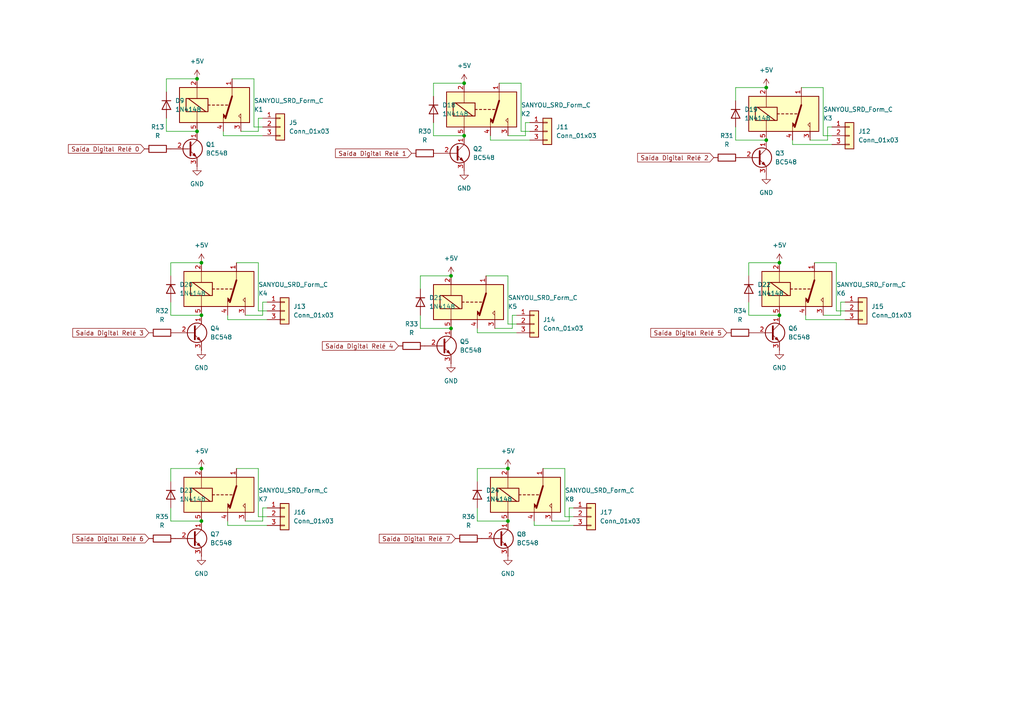
<source format=kicad_sch>
(kicad_sch (version 20231120) (generator "eeschema") (generator_version "8.0")
  (paper "A4")
  (lib_symbols
    (symbol "Connector_Generic:Conn_01x03" (pin_names (offset 1.016) hide)
      (property "Reference" "J" (at 0 5.08 0))
      (property "Value" "Conn_01x03" (at 0 -5.08 0))
      (symbol "Conn_01x03_1_1"
        (rectangle (start -1.27 -2.413) (end 0 -2.667) (stroke (width 0.1524)))
        (rectangle (start -1.27 0.127) (end 0 -0.127) (stroke (width 0.1524)))
        (rectangle (start -1.27 2.667) (end 0 2.413) (stroke (width 0.1524)))
        (rectangle (start -1.27 3.81) (end 1.27 -3.81) (stroke (width 0.254)) (fill (type background)))
        (pin passive line (at -5.08 2.54 0) (length 3.81) (name "Pin_1") (number "1"))
        (pin passive line (at -5.08 0 0) (length 3.81) (name "Pin_2") (number "2"))
        (pin passive line (at -5.08 -2.54 0) (length 3.81) (name "Pin_3") (number "3"))
      )
    )
    (symbol "Device:R" (pin_numbers hide) (pin_names (offset 0))
      (property "Reference" "R" (at 2.032 0 90))
      (property "Value" "R" (at 0 0 90))
      (symbol "R_0_1"
        (rectangle (start -1.016 -2.54) (end 1.016 2.54) (stroke (width 0.254)))
      )
      (symbol "R_1_1"
        (pin passive line (at 0 3.81 270) (length 1.27) (name "~") (number "1"))
        (pin passive line (at 0 -3.81 90) (length 1.27) (name "~") (number "2"))
      )
    )
    (symbol "Diode:1N4148" (pin_numbers hide) (pin_names hide)
      (property "Reference" "D" (at 0 2.54 0))
      (property "Value" "1N4148" (at 0 -2.54 0))
      (symbol "1N4148_0_1"
        (polyline (pts (xy -1.27 1.27) (xy -1.27 -1.27)) (stroke (width 0.254)))
        (polyline (pts (xy 1.27 0) (xy -1.27 0)))
        (polyline (pts (xy 1.27 1.27) (xy 1.27 -1.27) (xy -1.27 0) (xy 1.27 1.27)) (stroke (width 0.254)))
      )
      (symbol "1N4148_1_1"
        (pin passive line (at -3.81 0 0) (length 2.54) (name "K") (number "1"))
        (pin passive line (at 3.81 0 180) (length 2.54) (name "A") (number "2"))
      )
    )
    (symbol "Relay:SANYOU_SRD_Form_C"
      (property "Reference" "K" (at 11.43 3.81 0))
      (property "Value" "SANYOU_SRD_Form_C" (at 11.43 1.27 0))
      (symbol "SANYOU_SRD_Form_C_0_0"
        (polyline (pts (xy 7.62 5.08) (xy 7.62 2.54) (xy 6.985 3.175) (xy 7.62 3.81)))
      )
      (symbol "SANYOU_SRD_Form_C_0_1"
        (rectangle (start -10.16 5.08) (end 10.16 -5.08) (stroke (width 0.254)) (fill (type background)))
        (rectangle (start -8.255 1.905) (end -1.905 -1.905) (stroke (width 0.254)))
        (polyline (pts (xy -7.62 -1.905) (xy -2.54 1.905)) (stroke (width 0.254)))
        (polyline (pts (xy -5.08 -5.08) (xy -5.08 -1.905)))
        (polyline (pts (xy -5.08 5.08) (xy -5.08 1.905)))
        (polyline (pts (xy -1.905 0) (xy -1.27 0)) (stroke (width 0.254)))
        (polyline (pts (xy -0.635 0) (xy 0 0)) (stroke (width 0.254)))
        (polyline (pts (xy 0.635 0) (xy 1.27 0)) (stroke (width 0.254)))
        (polyline (pts (xy 1.905 0) (xy 2.54 0)) (stroke (width 0.254)))
        (polyline (pts (xy 3.175 0) (xy 3.81 0)) (stroke (width 0.254)))
        (polyline (pts (xy 5.08 -2.54) (xy 3.175 3.81)) (stroke (width 0.508)))
        (polyline (pts (xy 5.08 -2.54) (xy 5.08 -5.08)))
      )
      (symbol "SANYOU_SRD_Form_C_1_1"
        (polyline (pts (xy 2.54 3.81) (xy 3.175 3.175) (xy 2.54 2.54) (xy 2.54 5.08)) (fill (type outline)))
        (pin passive line (at 5.08 -7.62 90) (length 2.54) (name "~") (number "1"))
        (pin passive line (at -5.08 -7.62 90) (length 2.54) (name "~") (number "2"))
        (pin passive line (at 7.62 7.62 270) (length 2.54) (name "~") (number "3"))
        (pin passive line (at 2.54 7.62 270) (length 2.54) (name "~") (number "4"))
        (pin passive line (at -5.08 7.62 270) (length 2.54) (name "~") (number "5"))
      )
    )
    (symbol "Transistor_BJT:BC548" (pin_names (offset 0) hide)
      (property "Reference" "Q" (at 5.08 1.905 0))
      (property "Value" "BC548" (at 5.08 0 0))
      (symbol "BC548_0_1"
        (polyline (pts (xy 0 0) (xy 0.635 0)))
        (polyline (pts (xy 0.635 0.635) (xy 2.54 2.54)))
        (polyline (pts (xy 0.635 -0.635) (xy 2.54 -2.54) (xy 2.54 -2.54)))
        (polyline (pts (xy 0.635 1.905) (xy 0.635 -1.905) (xy 0.635 -1.905)) (stroke (width 0.508)))
        (polyline (pts (xy 1.27 -1.778) (xy 1.778 -1.27) (xy 2.286 -2.286) (xy 1.27 -1.778) (xy 1.27 -1.778)) (fill (type outline)))
        (circle (center 1.27 0) (radius 2.8194) (stroke (width 0.254)))
      )
      (symbol "BC548_1_1"
        (pin passive line (at 2.54 5.08 270) (length 2.54) (name "C") (number "1"))
        (pin input line (at -5.08 0 0) (length 5.08) (name "B") (number "2"))
        (pin passive line (at 2.54 -5.08 90) (length 2.54) (name "E") (number "3"))
      )
    )
    (symbol "power:+5V" (power) (pin_numbers hide) (pin_names (offset 0) hide)
      (property "Value" "+5V" (at 0 3.556 0))
      (symbol "+5V_0_1"
        (polyline (pts (xy -0.762 1.27) (xy 0 2.54)))
        (polyline (pts (xy 0 0) (xy 0 2.54)))
        (polyline (pts (xy 0 2.54) (xy 0.762 1.27)))
      )
      (symbol "+5V_1_1"
        (pin power_in line (at 0 0 90) (length 0) (name "~") (number "1"))
      )
    )
    (symbol "power:GND" (power) (pin_numbers hide) (pin_names (offset 0) hide)
      (property "Value" "GND" (at 0 -3.81 0))
      (symbol "GND_0_1"
        (polyline (pts (xy 0 0) (xy 0 -1.27) (xy 1.27 -1.27) (xy 0 -2.54) (xy -1.27 -1.27) (xy 0 -1.27)))
      )
      (symbol "GND_1_1"
        (pin power_in line (at 0 0 270) (length 0) (name "~") (number "1"))
      )
    )
  )
  (junction (at 134.62 24.13))
  (junction (at 147.32 151.13))
  (junction (at 58.42 135.89))
  (junction (at 58.42 91.44))
  (junction (at 130.81 95.25))
  (junction (at 226.06 76.2))
  (junction (at 57.15 22.86))
  (junction (at 147.32 135.89))
  (junction (at 222.25 40.64))
  (junction (at 134.62 39.37))
  (junction (at 58.42 76.2))
  (junction (at 222.25 25.4))
  (junction (at 58.42 151.13))
  (junction (at 226.06 91.44))
  (junction (at 57.15 38.1))
  (junction (at 130.81 80.01))
  (wire (pts (xy 125.73 24.13) (xy 134.62 24.13)))
  (wire (pts (xy 66.04 152.4) (xy 66.04 151.13)))
  (wire (pts (xy 213.36 25.4) (xy 222.25 25.4)))
  (wire (pts (xy 138.43 135.89) (xy 147.32 135.89)))
  (wire (pts (xy 148.59 95.25) (xy 148.59 91.44)))
  (wire (pts (xy 149.86 91.44) (xy 148.59 91.44)))
  (wire (pts (xy 74.93 135.89) (xy 74.93 149.86)))
  (wire (pts (xy 68.58 135.89) (xy 74.93 135.89)))
  (wire (pts (xy 76.2 91.44) (xy 76.2 87.63)))
  (wire (pts (xy 77.47 92.71) (xy 66.04 92.71)))
  (wire (pts (xy 149.86 96.52) (xy 138.43 96.52)))
  (wire (pts (xy 163.83 135.89) (xy 163.83 149.86)))
  (wire (pts (xy 76.2 39.37) (xy 64.77 39.37)))
  (wire (pts (xy 64.77 39.37) (xy 64.77 38.1)))
  (wire (pts (xy 73.66 36.83) (xy 76.2 36.83)))
  (wire (pts (xy 151.13 24.13) (xy 151.13 38.1)))
  (wire (pts (xy 66.04 92.71) (xy 66.04 91.44)))
  (wire (pts (xy 74.93 90.17) (xy 77.47 90.17)))
  (wire (pts (xy 49.53 147.32) (xy 49.53 151.13)))
  (wire (pts (xy 245.11 87.63) (xy 243.84 87.63)))
  (wire (pts (xy 142.24 40.64) (xy 142.24 39.37)))
  (wire (pts (xy 238.76 25.4) (xy 238.76 39.37)))
  (wire (pts (xy 153.67 40.64) (xy 142.24 40.64)))
  (wire (pts (xy 69.85 38.1) (xy 74.93 38.1)))
  (wire (pts (xy 236.22 76.2) (xy 242.57 76.2)))
  (wire (pts (xy 49.53 76.2) (xy 58.42 76.2)))
  (wire (pts (xy 74.93 149.86) (xy 77.47 149.86)))
  (wire (pts (xy 121.92 80.01) (xy 121.92 83.82)))
  (wire (pts (xy 217.17 76.2) (xy 226.06 76.2)))
  (wire (pts (xy 76.2 34.29) (xy 74.93 34.29)))
  (wire (pts (xy 153.67 35.56) (xy 152.4 35.56)))
  (wire (pts (xy 49.53 135.89) (xy 58.42 135.89)))
  (wire (pts (xy 234.95 40.64) (xy 240.03 40.64)))
  (wire (pts (xy 48.26 22.86) (xy 57.15 22.86)))
  (wire (pts (xy 76.2 151.13) (xy 76.2 147.32)))
  (wire (pts (xy 71.12 151.13) (xy 76.2 151.13)))
  (wire (pts (xy 213.36 40.64) (xy 222.25 40.64)))
  (wire (pts (xy 160.02 151.13) (xy 165.1 151.13)))
  (wire (pts (xy 74.93 38.1) (xy 74.93 34.29)))
  (wire (pts (xy 138.43 96.52) (xy 138.43 95.25)))
  (wire (pts (xy 68.58 76.2) (xy 74.93 76.2)))
  (wire (pts (xy 217.17 76.2) (xy 217.17 80.01)))
  (wire (pts (xy 166.37 147.32) (xy 165.1 147.32)))
  (wire (pts (xy 49.53 87.63) (xy 49.53 91.44)))
  (wire (pts (xy 147.32 39.37) (xy 152.4 39.37)))
  (wire (pts (xy 217.17 87.63) (xy 217.17 91.44)))
  (wire (pts (xy 238.76 39.37) (xy 241.3 39.37)))
  (wire (pts (xy 140.97 80.01) (xy 147.32 80.01)))
  (wire (pts (xy 241.3 41.91) (xy 229.87 41.91)))
  (wire (pts (xy 77.47 147.32) (xy 76.2 147.32)))
  (wire (pts (xy 240.03 40.64) (xy 240.03 36.83)))
  (wire (pts (xy 229.87 41.91) (xy 229.87 40.64)))
  (wire (pts (xy 138.43 147.32) (xy 138.43 151.13)))
  (wire (pts (xy 67.31 22.86) (xy 73.66 22.86)))
  (wire (pts (xy 238.76 91.44) (xy 243.84 91.44)))
  (wire (pts (xy 49.53 151.13) (xy 58.42 151.13)))
  (wire (pts (xy 73.66 22.86) (xy 73.66 36.83)))
  (wire (pts (xy 213.36 25.4) (xy 213.36 29.21)))
  (wire (pts (xy 143.51 95.25) (xy 148.59 95.25)))
  (wire (pts (xy 49.53 91.44) (xy 58.42 91.44)))
  (wire (pts (xy 74.93 76.2) (xy 74.93 90.17)))
  (wire (pts (xy 71.12 91.44) (xy 76.2 91.44)))
  (wire (pts (xy 121.92 91.44) (xy 121.92 95.25)))
  (wire (pts (xy 138.43 135.89) (xy 138.43 139.7)))
  (wire (pts (xy 242.57 76.2) (xy 242.57 90.17)))
  (wire (pts (xy 48.26 22.86) (xy 48.26 26.67)))
  (wire (pts (xy 152.4 39.37) (xy 152.4 35.56)))
  (wire (pts (xy 147.32 80.01) (xy 147.32 93.98)))
  (wire (pts (xy 154.94 152.4) (xy 154.94 151.13)))
  (wire (pts (xy 138.43 151.13) (xy 147.32 151.13)))
  (wire (pts (xy 165.1 151.13) (xy 165.1 147.32)))
  (wire (pts (xy 157.48 135.89) (xy 163.83 135.89)))
  (wire (pts (xy 243.84 91.44) (xy 243.84 87.63)))
  (wire (pts (xy 121.92 95.25) (xy 130.81 95.25)))
  (wire (pts (xy 48.26 38.1) (xy 57.15 38.1)))
  (wire (pts (xy 125.73 35.56) (xy 125.73 39.37)))
  (wire (pts (xy 125.73 24.13) (xy 125.73 27.94)))
  (wire (pts (xy 144.78 24.13) (xy 151.13 24.13)))
  (wire (pts (xy 213.36 36.83) (xy 213.36 40.64)))
  (wire (pts (xy 166.37 152.4) (xy 154.94 152.4)))
  (wire (pts (xy 125.73 39.37) (xy 134.62 39.37)))
  (wire (pts (xy 77.47 87.63) (xy 76.2 87.63)))
  (wire (pts (xy 49.53 135.89) (xy 49.53 139.7)))
  (wire (pts (xy 245.11 92.71) (xy 233.68 92.71)))
  (wire (pts (xy 121.92 80.01) (xy 130.81 80.01)))
  (wire (pts (xy 232.41 25.4) (xy 238.76 25.4)))
  (wire (pts (xy 217.17 91.44) (xy 226.06 91.44)))
  (wire (pts (xy 233.68 92.71) (xy 233.68 91.44)))
  (wire (pts (xy 163.83 149.86) (xy 166.37 149.86)))
  (wire (pts (xy 147.32 93.98) (xy 149.86 93.98)))
  (wire (pts (xy 77.47 152.4) (xy 66.04 152.4)))
  (wire (pts (xy 242.57 90.17) (xy 245.11 90.17)))
  (wire (pts (xy 241.3 36.83) (xy 240.03 36.83)))
  (wire (pts (xy 49.53 76.2) (xy 49.53 80.01)))
  (wire (pts (xy 48.26 34.29) (xy 48.26 38.1)))
  (wire (pts (xy 151.13 38.1) (xy 153.67 38.1)))
  (global_label "Saída Digital Relé 6" (shape input) (at 43.18 156.21 180) (property "Intersheetrefs" "${INTERSHEET_REFS}" (effects (hide yes))))
  (global_label "Saída Digital Relé 4" (shape input) (at 115.57 100.33 180) (property "Intersheetrefs" "${INTERSHEET_REFS}" (effects (hide yes))))
  (global_label "Saída Digital Relé 2" (shape input) (at 207.01 45.72 180) (property "Intersheetrefs" "${INTERSHEET_REFS}" (effects (hide yes))))
  (global_label "Saída Digital Relé 0" (shape input) (at 41.91 43.18 180) (property "Intersheetrefs" "${INTERSHEET_REFS}" (effects (hide yes))))
  (global_label "Saída Digital Relé 1" (shape input) (at 119.38 44.45 180) (property "Intersheetrefs" "${INTERSHEET_REFS}" (effects (hide yes))))
  (global_label "Saída Digital Relé 5" (shape input) (at 210.82 96.52 180) (property "Intersheetrefs" "${INTERSHEET_REFS}" (effects (hide yes))))
  (global_label "Saída Digital Relé 3" (shape input) (at 43.18 96.52 180) (property "Intersheetrefs" "${INTERSHEET_REFS}" (effects (hide yes))))
  (global_label "Saída Digital Relé 7" (shape input) (at 132.08 156.21 180) (property "Intersheetrefs" "${INTERSHEET_REFS}" (effects (hide yes))))
  (symbol (lib_id "Relay:SANYOU_SRD_Form_C") (at 63.5 83.82 0) (mirror x) (unit 1)
    (property "Reference" "K4" (at 74.93 85.0901 0) (effects (justify left)))
    (property "Value" "SANYOU_SRD_Form_C" (at 74.93 82.5501 0) (effects (justify left)))
    (property "Footprint" "Relay_THT:Relay_SPDT_SANYOU_SRD_Series_Form_C" (effects (hide yes)))
    (property "Datasheet" "http://www.sanyourelay.ca/public/products/pdf/SRD.pdf" (effects (hide yes)))
    (property "Description" "Sanyo SRD relay, Single Pole Miniature Power Relay," (effects (hide yes)))
  )
  (symbol (lib_id "Relay:SANYOU_SRD_Form_C") (at 62.23 30.48 0) (mirror x) (unit 1)
    (property "Reference" "K1" (at 73.66 31.7501 0) (effects (justify left)))
    (property "Value" "SANYOU_SRD_Form_C" (at 73.66 29.2101 0) (effects (justify left)))
    (property "Footprint" "Relay_THT:Relay_SPDT_SANYOU_SRD_Series_Form_C" (effects (hide yes)))
    (property "Datasheet" "http://www.sanyourelay.ca/public/products/pdf/SRD.pdf" (effects (hide yes)))
    (property "Description" "Sanyo SRD relay, Single Pole Miniature Power Relay," (effects (hide yes)))
  )
  (symbol (lib_id "Diode:1N4148") (at 138.43 143.51 270) (unit 1)
    (property "Reference" "D24" (at 140.97 142.2399 90) (effects (justify left)))
    (property "Value" "1N4148" (at 140.97 144.7799 90) (effects (justify left)))
    (property "Footprint" "Diode_THT:D_DO-35_SOD27_P7.62mm_Horizontal" (effects (hide yes)))
    (property "Datasheet" "https://assets.nexperia.com/documents/data-sheet/1N4148_1N4448.pdf" (effects (hide yes)))
    (property "Description" "100V 0.15A standard switching diode, DO-35" (effects (hide yes)))
    (property "Sim.Device" "D" (effects (hide yes)))
    (property "Sim.Pins" "1=K 2=A" (effects (hide yes)))
  )
  (symbol (lib_id "Diode:1N4148") (at 213.36 33.02 270) (unit 1)
    (property "Reference" "D19" (at 215.9 31.7499 90) (effects (justify left)))
    (property "Value" "1N4148" (at 215.9 34.2899 90) (effects (justify left)))
    (property "Footprint" "Diode_THT:D_DO-35_SOD27_P7.62mm_Horizontal" (effects (hide yes)))
    (property "Datasheet" "https://assets.nexperia.com/documents/data-sheet/1N4148_1N4448.pdf" (effects (hide yes)))
    (property "Description" "100V 0.15A standard switching diode, DO-35" (effects (hide yes)))
    (property "Sim.Device" "D" (effects (hide yes)))
    (property "Sim.Pins" "1=K 2=A" (effects (hide yes)))
  )
  (symbol (lib_id "power:GND") (at 134.62 49.53 0) (unit 1)
    (property "Reference" "#PWR038" (effects (hide yes)))
    (property "Value" "GND" (at 134.62 54.61 0))
    (property "Description" "Power symbol creates a global label with name \"GND\" , ground" (effects (hide yes)))
  )
  (symbol (lib_id "Diode:1N4148") (at 125.73 31.75 270) (unit 1)
    (property "Reference" "D18" (at 128.27 30.4799 90) (effects (justify left)))
    (property "Value" "1N4148" (at 128.27 33.0199 90) (effects (justify left)))
    (property "Footprint" "Diode_THT:D_DO-35_SOD27_P7.62mm_Horizontal" (effects (hide yes)))
    (property "Datasheet" "https://assets.nexperia.com/documents/data-sheet/1N4148_1N4448.pdf" (effects (hide yes)))
    (property "Description" "100V 0.15A standard switching diode, DO-35" (effects (hide yes)))
    (property "Sim.Device" "D" (effects (hide yes)))
    (property "Sim.Pins" "1=K 2=A" (effects (hide yes)))
  )
  (symbol (lib_id "Device:R") (at 135.89 156.21 90) (unit 1)
    (property "Reference" "R36" (at 135.89 149.86 90))
    (property "Value" "R" (at 135.89 152.4 90))
    (property "Description" "Resistor" (effects (hide yes)))
  )
  (symbol (lib_id "Device:R") (at 45.72 43.18 90) (unit 1)
    (property "Reference" "R13" (at 45.72 36.83 90))
    (property "Value" "R" (at 45.72 39.37 90))
    (property "Description" "Resistor" (effects (hide yes)))
  )
  (symbol (lib_id "power:+5V") (at 57.15 22.86 0) (unit 1)
    (property "Reference" "#PWR015" (effects (hide yes)))
    (property "Value" "+5V" (at 57.15 17.78 0))
    (property "Description" "Power symbol creates a global label with name \"+5V\"" (effects (hide yes)))
  )
  (symbol (lib_id "power:+5V") (at 58.42 76.2 0) (unit 1)
    (property "Reference" "#PWR041" (effects (hide yes)))
    (property "Value" "+5V" (at 58.42 71.12 0))
    (property "Description" "Power symbol creates a global label with name \"+5V\"" (effects (hide yes)))
  )
  (symbol (lib_id "power:+5V") (at 222.25 25.4 0) (unit 1)
    (property "Reference" "#PWR039" (effects (hide yes)))
    (property "Value" "+5V" (at 222.25 20.32 0))
    (property "Description" "Power symbol creates a global label with name \"+5V\"" (effects (hide yes)))
  )
  (symbol (lib_id "power:+5V") (at 58.42 135.89 0) (unit 1)
    (property "Reference" "#PWR047" (effects (hide yes)))
    (property "Value" "+5V" (at 58.42 130.81 0))
    (property "Description" "Power symbol creates a global label with name \"+5V\"" (effects (hide yes)))
  )
  (symbol (lib_id "power:GND") (at 130.81 105.41 0) (unit 1)
    (property "Reference" "#PWR044" (effects (hide yes)))
    (property "Value" "GND" (at 130.81 110.49 0))
    (property "Description" "Power symbol creates a global label with name \"GND\" , ground" (effects (hide yes)))
  )
  (symbol (lib_id "Transistor_BJT:BC548") (at 54.61 43.18 0) (unit 1)
    (property "Reference" "Q1" (at 59.69 41.9099 0) (effects (justify left)))
    (property "Value" "BC548" (at 59.69 44.4499 0) (effects (justify left)))
    (property "Footprint" "Package_TO_SOT_THT:TO-92_Inline" (effects (hide yes)))
    (property "Datasheet" "https://www.onsemi.com/pub/Collateral/BC550-D.pdf" (effects (hide yes)))
    (property "Description" "0.1A Ic, 30V Vce, Small Signal NPN Transistor, TO-92" (effects (hide yes)))
  )
  (symbol (lib_id "power:+5V") (at 226.06 76.2 0) (unit 1)
    (property "Reference" "#PWR045" (effects (hide yes)))
    (property "Value" "+5V" (at 226.06 71.12 0))
    (property "Description" "Power symbol creates a global label with name \"+5V\"" (effects (hide yes)))
  )
  (symbol (lib_id "power:GND") (at 58.42 161.29 0) (unit 1)
    (property "Reference" "#PWR048" (effects (hide yes)))
    (property "Value" "GND" (at 58.42 166.37 0))
    (property "Description" "Power symbol creates a global label with name \"GND\" , ground" (effects (hide yes)))
  )
  (symbol (lib_id "Transistor_BJT:BC548") (at 223.52 96.52 0) (unit 1)
    (property "Reference" "Q6" (at 228.6 95.2499 0) (effects (justify left)))
    (property "Value" "BC548" (at 228.6 97.7899 0) (effects (justify left)))
    (property "Footprint" "Package_TO_SOT_THT:TO-92_Inline" (effects (hide yes)))
    (property "Datasheet" "https://www.onsemi.com/pub/Collateral/BC550-D.pdf" (effects (hide yes)))
    (property "Description" "0.1A Ic, 30V Vce, Small Signal NPN Transistor, TO-92" (effects (hide yes)))
  )
  (symbol (lib_id "Connector_Generic:Conn_01x03") (at 82.55 90.17 0) (unit 1)
    (property "Reference" "J13" (at 85.09 88.8999 0) (effects (justify left)))
    (property "Value" "Conn_01x03" (at 85.09 91.4399 0) (effects (justify left)))
    (property "Description" "Generic connector, single row, 01x03, script generated (kicad-library-utils/schlib/autogen/connector/)" (effects (hide yes)))
  )
  (symbol (lib_id "Transistor_BJT:BC548") (at 219.71 45.72 0) (unit 1)
    (property "Reference" "Q3" (at 224.79 44.4499 0) (effects (justify left)))
    (property "Value" "BC548" (at 224.79 46.9899 0) (effects (justify left)))
    (property "Footprint" "Package_TO_SOT_THT:TO-92_Inline" (effects (hide yes)))
    (property "Datasheet" "https://www.onsemi.com/pub/Collateral/BC550-D.pdf" (effects (hide yes)))
    (property "Description" "0.1A Ic, 30V Vce, Small Signal NPN Transistor, TO-92" (effects (hide yes)))
  )
  (symbol (lib_id "power:GND") (at 147.32 161.29 0) (unit 1)
    (property "Reference" "#PWR050" (effects (hide yes)))
    (property "Value" "GND" (at 147.32 166.37 0))
    (property "Description" "Power symbol creates a global label with name \"GND\" , ground" (effects (hide yes)))
  )
  (symbol (lib_id "power:+5V") (at 147.32 135.89 0) (unit 1)
    (property "Reference" "#PWR049" (effects (hide yes)))
    (property "Value" "+5V" (at 147.32 130.81 0))
    (property "Description" "Power symbol creates a global label with name \"+5V\"" (effects (hide yes)))
  )
  (symbol (lib_id "power:GND") (at 226.06 101.6 0) (unit 1)
    (property "Reference" "#PWR042" (effects (hide yes)))
    (property "Value" "GND" (at 226.06 106.68 0))
    (property "Description" "Power symbol creates a global label with name \"GND\" , ground" (effects (hide yes)))
  )
  (symbol (lib_id "Transistor_BJT:BC548") (at 128.27 100.33 0) (unit 1)
    (property "Reference" "Q5" (at 133.35 99.0599 0) (effects (justify left)))
    (property "Value" "BC548" (at 133.35 101.5999 0) (effects (justify left)))
    (property "Footprint" "Package_TO_SOT_THT:TO-92_Inline" (effects (hide yes)))
    (property "Datasheet" "https://www.onsemi.com/pub/Collateral/BC550-D.pdf" (effects (hide yes)))
    (property "Description" "0.1A Ic, 30V Vce, Small Signal NPN Transistor, TO-92" (effects (hide yes)))
  )
  (symbol (lib_id "Relay:SANYOU_SRD_Form_C") (at 135.89 87.63 0) (mirror x) (unit 1)
    (property "Reference" "K5" (at 147.32 88.9001 0) (effects (justify left)))
    (property "Value" "SANYOU_SRD_Form_C" (at 147.32 86.3601 0) (effects (justify left)))
    (property "Footprint" "Relay_THT:Relay_SPDT_SANYOU_SRD_Series_Form_C" (effects (hide yes)))
    (property "Datasheet" "http://www.sanyourelay.ca/public/products/pdf/SRD.pdf" (effects (hide yes)))
    (property "Description" "Sanyo SRD relay, Single Pole Miniature Power Relay," (effects (hide yes)))
  )
  (symbol (lib_id "Device:R") (at 210.82 45.72 90) (unit 1)
    (property "Reference" "R31" (at 210.82 39.37 90))
    (property "Value" "R" (at 210.82 41.91 90))
    (property "Description" "Resistor" (effects (hide yes)))
  )
  (symbol (lib_id "Diode:1N4148") (at 49.53 83.82 270) (unit 1)
    (property "Reference" "D20" (at 52.07 82.5499 90) (effects (justify left)))
    (property "Value" "1N4148" (at 52.07 85.0899 90) (effects (justify left)))
    (property "Footprint" "Diode_THT:D_DO-35_SOD27_P7.62mm_Horizontal" (effects (hide yes)))
    (property "Datasheet" "https://assets.nexperia.com/documents/data-sheet/1N4148_1N4448.pdf" (effects (hide yes)))
    (property "Description" "100V 0.15A standard switching diode, DO-35" (effects (hide yes)))
    (property "Sim.Device" "D" (effects (hide yes)))
    (property "Sim.Pins" "1=K 2=A" (effects (hide yes)))
  )
  (symbol (lib_id "Device:R") (at 46.99 156.21 90) (unit 1)
    (property "Reference" "R35" (at 46.99 149.86 90))
    (property "Value" "R" (at 46.99 152.4 90))
    (property "Description" "Resistor" (effects (hide yes)))
  )
  (symbol (lib_id "Connector_Generic:Conn_01x03") (at 250.19 90.17 0) (unit 1)
    (property "Reference" "J15" (at 252.73 88.8999 0) (effects (justify left)))
    (property "Value" "Conn_01x03" (at 252.73 91.4399 0) (effects (justify left)))
    (property "Description" "Generic connector, single row, 01x03, script generated (kicad-library-utils/schlib/autogen/connector/)" (effects (hide yes)))
  )
  (symbol (lib_id "Connector_Generic:Conn_01x03") (at 158.75 38.1 0) (unit 1)
    (property "Reference" "J11" (at 161.29 36.8299 0) (effects (justify left)))
    (property "Value" "Conn_01x03" (at 161.29 39.3699 0) (effects (justify left)))
    (property "Description" "Generic connector, single row, 01x03, script generated (kicad-library-utils/schlib/autogen/connector/)" (effects (hide yes)))
  )
  (symbol (lib_id "Relay:SANYOU_SRD_Form_C") (at 227.33 33.02 0) (mirror x) (unit 1)
    (property "Reference" "K3" (at 238.76 34.2901 0) (effects (justify left)))
    (property "Value" "SANYOU_SRD_Form_C" (at 238.76 31.7501 0) (effects (justify left)))
    (property "Footprint" "Relay_THT:Relay_SPDT_SANYOU_SRD_Series_Form_C" (effects (hide yes)))
    (property "Datasheet" "http://www.sanyourelay.ca/public/products/pdf/SRD.pdf" (effects (hide yes)))
    (property "Description" "Sanyo SRD relay, Single Pole Miniature Power Relay," (effects (hide yes)))
  )
  (symbol (lib_id "Relay:SANYOU_SRD_Form_C") (at 231.14 83.82 0) (mirror x) (unit 1)
    (property "Reference" "K6" (at 242.57 85.0901 0) (effects (justify left)))
    (property "Value" "SANYOU_SRD_Form_C" (at 242.57 82.5501 0) (effects (justify left)))
    (property "Footprint" "Relay_THT:Relay_SPDT_SANYOU_SRD_Series_Form_C" (effects (hide yes)))
    (property "Datasheet" "http://www.sanyourelay.ca/public/products/pdf/SRD.pdf" (effects (hide yes)))
    (property "Description" "Sanyo SRD relay, Single Pole Miniature Power Relay," (effects (hide yes)))
  )
  (symbol (lib_id "Connector_Generic:Conn_01x03") (at 154.94 93.98 0) (unit 1)
    (property "Reference" "J14" (at 157.48 92.7099 0) (effects (justify left)))
    (property "Value" "Conn_01x03" (at 157.48 95.2499 0) (effects (justify left)))
    (property "Description" "Generic connector, single row, 01x03, script generated (kicad-library-utils/schlib/autogen/connector/)" (effects (hide yes)))
  )
  (symbol (lib_id "Relay:SANYOU_SRD_Form_C") (at 139.7 31.75 0) (mirror x) (unit 1)
    (property "Reference" "K2" (at 151.13 33.0201 0) (effects (justify left)))
    (property "Value" "SANYOU_SRD_Form_C" (at 151.13 30.4801 0) (effects (justify left)))
    (property "Footprint" "Relay_THT:Relay_SPDT_SANYOU_SRD_Series_Form_C" (effects (hide yes)))
    (property "Datasheet" "http://www.sanyourelay.ca/public/products/pdf/SRD.pdf" (effects (hide yes)))
    (property "Description" "Sanyo SRD relay, Single Pole Miniature Power Relay," (effects (hide yes)))
  )
  (symbol (lib_id "Relay:SANYOU_SRD_Form_C") (at 63.5 143.51 0) (mirror x) (unit 1)
    (property "Reference" "K7" (at 74.93 144.7801 0) (effects (justify left)))
    (property "Value" "SANYOU_SRD_Form_C" (at 74.93 142.2401 0) (effects (justify left)))
    (property "Footprint" "Relay_THT:Relay_SPDT_SANYOU_SRD_Series_Form_C" (effects (hide yes)))
    (property "Datasheet" "http://www.sanyourelay.ca/public/products/pdf/SRD.pdf" (effects (hide yes)))
    (property "Description" "Sanyo SRD relay, Single Pole Miniature Power Relay," (effects (hide yes)))
  )
  (symbol (lib_id "power:+5V") (at 130.81 80.01 0) (unit 1)
    (property "Reference" "#PWR043" (effects (hide yes)))
    (property "Value" "+5V" (at 130.81 74.93 0))
    (property "Description" "Power symbol creates a global label with name \"+5V\"" (effects (hide yes)))
  )
  (symbol (lib_id "Connector_Generic:Conn_01x03") (at 246.38 39.37 0) (unit 1)
    (property "Reference" "J12" (at 248.92 38.0999 0) (effects (justify left)))
    (property "Value" "Conn_01x03" (at 248.92 40.6399 0) (effects (justify left)))
    (property "Description" "Generic connector, single row, 01x03, script generated (kicad-library-utils/schlib/autogen/connector/)" (effects (hide yes)))
  )
  (symbol (lib_id "Transistor_BJT:BC548") (at 55.88 156.21 0) (unit 1)
    (property "Reference" "Q7" (at 60.96 154.9399 0) (effects (justify left)))
    (property "Value" "BC548" (at 60.96 157.4799 0) (effects (justify left)))
    (property "Footprint" "Package_TO_SOT_THT:TO-92_Inline" (effects (hide yes)))
    (property "Datasheet" "https://www.onsemi.com/pub/Collateral/BC550-D.pdf" (effects (hide yes)))
    (property "Description" "0.1A Ic, 30V Vce, Small Signal NPN Transistor, TO-92" (effects (hide yes)))
  )
  (symbol (lib_id "Transistor_BJT:BC548") (at 132.08 44.45 0) (unit 1)
    (property "Reference" "Q2" (at 137.16 43.1799 0) (effects (justify left)))
    (property "Value" "BC548" (at 137.16 45.7199 0) (effects (justify left)))
    (property "Footprint" "Package_TO_SOT_THT:TO-92_Inline" (effects (hide yes)))
    (property "Datasheet" "https://www.onsemi.com/pub/Collateral/BC550-D.pdf" (effects (hide yes)))
    (property "Description" "0.1A Ic, 30V Vce, Small Signal NPN Transistor, TO-92" (effects (hide yes)))
  )
  (symbol (lib_id "Transistor_BJT:BC548") (at 144.78 156.21 0) (unit 1)
    (property "Reference" "Q8" (at 149.86 154.9399 0) (effects (justify left)))
    (property "Value" "BC548" (at 149.86 157.4799 0) (effects (justify left)))
    (property "Footprint" "Package_TO_SOT_THT:TO-92_Inline" (effects (hide yes)))
    (property "Datasheet" "https://www.onsemi.com/pub/Collateral/BC550-D.pdf" (effects (hide yes)))
    (property "Description" "0.1A Ic, 30V Vce, Small Signal NPN Transistor, TO-92" (effects (hide yes)))
  )
  (symbol (lib_id "power:GND") (at 222.25 50.8 0) (unit 1)
    (property "Reference" "#PWR040" (effects (hide yes)))
    (property "Value" "GND" (at 222.25 55.88 0))
    (property "Description" "Power symbol creates a global label with name \"GND\" , ground" (effects (hide yes)))
  )
  (symbol (lib_id "power:GND") (at 57.15 48.26 0) (unit 1)
    (property "Reference" "#PWR014" (effects (hide yes)))
    (property "Value" "GND" (at 57.15 53.34 0))
    (property "Description" "Power symbol creates a global label with name \"GND\" , ground" (effects (hide yes)))
  )
  (symbol (lib_id "Device:R") (at 214.63 96.52 90) (unit 1)
    (property "Reference" "R34" (at 214.63 90.17 90))
    (property "Value" "R" (at 214.63 92.71 90))
    (property "Description" "Resistor" (effects (hide yes)))
  )
  (symbol (lib_id "Device:R") (at 119.38 100.33 90) (unit 1)
    (property "Reference" "R33" (at 119.38 93.98 90))
    (property "Value" "R" (at 119.38 96.52 90))
    (property "Description" "Resistor" (effects (hide yes)))
  )
  (symbol (lib_id "Relay:SANYOU_SRD_Form_C") (at 152.4 143.51 0) (mirror x) (unit 1)
    (property "Reference" "K8" (at 163.83 144.7801 0) (effects (justify left)))
    (property "Value" "SANYOU_SRD_Form_C" (at 163.83 142.2401 0) (effects (justify left)))
    (property "Footprint" "Relay_THT:Relay_SPDT_SANYOU_SRD_Series_Form_C" (effects (hide yes)))
    (property "Datasheet" "http://www.sanyourelay.ca/public/products/pdf/SRD.pdf" (effects (hide yes)))
    (property "Description" "Sanyo SRD relay, Single Pole Miniature Power Relay," (effects (hide yes)))
  )
  (symbol (lib_id "power:GND") (at 58.42 101.6 0) (unit 1)
    (property "Reference" "#PWR046" (effects (hide yes)))
    (property "Value" "GND" (at 58.42 106.68 0))
    (property "Description" "Power symbol creates a global label with name \"GND\" , ground" (effects (hide yes)))
  )
  (symbol (lib_id "Device:R") (at 46.99 96.52 90) (unit 1)
    (property "Reference" "R32" (at 46.99 90.17 90))
    (property "Value" "R" (at 46.99 92.71 90))
    (property "Description" "Resistor" (effects (hide yes)))
  )
  (symbol (lib_id "Device:R") (at 123.19 44.45 90) (unit 1)
    (property "Reference" "R30" (at 123.19 38.1 90))
    (property "Value" "R" (at 123.19 40.64 90))
    (property "Description" "Resistor" (effects (hide yes)))
  )
  (symbol (lib_id "Transistor_BJT:BC548") (at 55.88 96.52 0) (unit 1)
    (property "Reference" "Q4" (at 60.96 95.2499 0) (effects (justify left)))
    (property "Value" "BC548" (at 60.96 97.7899 0) (effects (justify left)))
    (property "Footprint" "Package_TO_SOT_THT:TO-92_Inline" (effects (hide yes)))
    (property "Datasheet" "https://www.onsemi.com/pub/Collateral/BC550-D.pdf" (effects (hide yes)))
    (property "Description" "0.1A Ic, 30V Vce, Small Signal NPN Transistor, TO-92" (effects (hide yes)))
  )
  (symbol (lib_id "Connector_Generic:Conn_01x03") (at 82.55 149.86 0) (unit 1)
    (property "Reference" "J16" (at 85.09 148.5899 0) (effects (justify left)))
    (property "Value" "Conn_01x03" (at 85.09 151.1299 0) (effects (justify left)))
    (property "Description" "Generic connector, single row, 01x03, script generated (kicad-library-utils/schlib/autogen/connector/)" (effects (hide yes)))
  )
  (symbol (lib_id "Diode:1N4148") (at 48.26 30.48 270) (unit 1)
    (property "Reference" "D9" (at 50.8 29.2099 90) (effects (justify left)))
    (property "Value" "1N4148" (at 50.8 31.7499 90) (effects (justify left)))
    (property "Footprint" "Diode_THT:D_DO-35_SOD27_P7.62mm_Horizontal" (effects (hide yes)))
    (property "Datasheet" "https://assets.nexperia.com/documents/data-sheet/1N4148_1N4448.pdf" (effects (hide yes)))
    (property "Description" "100V 0.15A standard switching diode, DO-35" (effects (hide yes)))
    (property "Sim.Device" "D" (effects (hide yes)))
    (property "Sim.Pins" "1=K 2=A" (effects (hide yes)))
  )
  (symbol (lib_id "Connector_Generic:Conn_01x03") (at 81.28 36.83 0) (unit 1)
    (property "Reference" "J5" (at 83.82 35.5599 0) (effects (justify left)))
    (property "Value" "Conn_01x03" (at 83.82 38.0999 0) (effects (justify left)))
    (property "Description" "Generic connector, single row, 01x03, script generated (kicad-library-utils/schlib/autogen/connector/)" (effects (hide yes)))
  )
  (symbol (lib_id "power:+5V") (at 134.62 24.13 0) (unit 1)
    (property "Reference" "#PWR037" (effects (hide yes)))
    (property "Value" "+5V" (at 134.62 19.05 0))
    (property "Description" "Power symbol creates a global label with name \"+5V\"" (effects (hide yes)))
  )
  (symbol (lib_id "Diode:1N4148") (at 217.17 83.82 270) (unit 1)
    (property "Reference" "D22" (at 219.71 82.5499 90) (effects (justify left)))
    (property "Value" "1N4148" (at 219.71 85.0899 90) (effects (justify left)))
    (property "Footprint" "Diode_THT:D_DO-35_SOD27_P7.62mm_Horizontal" (effects (hide yes)))
    (property "Datasheet" "https://assets.nexperia.com/documents/data-sheet/1N4148_1N4448.pdf" (effects (hide yes)))
    (property "Description" "100V 0.15A standard switching diode, DO-35" (effects (hide yes)))
    (property "Sim.Device" "D" (effects (hide yes)))
    (property "Sim.Pins" "1=K 2=A" (effects (hide yes)))
  )
  (symbol (lib_id "Diode:1N4148") (at 49.53 143.51 270) (unit 1)
    (property "Reference" "D23" (at 52.07 142.2399 90) (effects (justify left)))
    (property "Value" "1N4148" (at 52.07 144.7799 90) (effects (justify left)))
    (property "Footprint" "Diode_THT:D_DO-35_SOD27_P7.62mm_Horizontal" (effects (hide yes)))
    (property "Datasheet" "https://assets.nexperia.com/documents/data-sheet/1N4148_1N4448.pdf" (effects (hide yes)))
    (property "Description" "100V 0.15A standard switching diode, DO-35" (effects (hide yes)))
    (property "Sim.Device" "D" (effects (hide yes)))
    (property "Sim.Pins" "1=K 2=A" (effects (hide yes)))
  )
  (symbol (lib_id "Connector_Generic:Conn_01x03") (at 171.45 149.86 0) (unit 1)
    (property "Reference" "J17" (at 173.99 148.5899 0) (effects (justify left)))
    (property "Value" "Conn_01x03" (at 173.99 151.1299 0) (effects (justify left)))
    (property "Description" "Generic connector, single row, 01x03, script generated (kicad-library-utils/schlib/autogen/connector/)" (effects (hide yes)))
  )
  (symbol (lib_id "Diode:1N4148") (at 121.92 87.63 270) (unit 1)
    (property "Reference" "D21" (at 124.46 86.3599 90) (effects (justify left)))
    (property "Value" "1N4148" (at 124.46 88.8999 90) (effects (justify left)))
    (property "Footprint" "Diode_THT:D_DO-35_SOD27_P7.62mm_Horizontal" (effects (hide yes)))
    (property "Datasheet" "https://assets.nexperia.com/documents/data-sheet/1N4148_1N4448.pdf" (effects (hide yes)))
    (property "Description" "100V 0.15A standard switching diode, DO-35" (effects (hide yes)))
    (property "Sim.Device" "D" (effects (hide yes)))
    (property "Sim.Pins" "1=K 2=A" (effects (hide yes)))
  )
)
</source>
